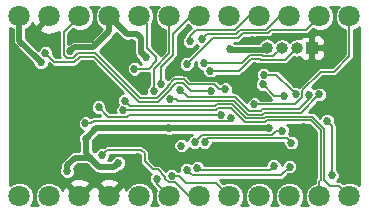
<source format=gbr>
G04 #@! TF.FileFunction,Copper,L2,Bot,Signal*
%FSLAX46Y46*%
G04 Gerber Fmt 4.6, Leading zero omitted, Abs format (unit mm)*
G04 Created by KiCad (PCBNEW 4.0.7) date 2017 December 25, Monday 22:32:58*
%MOMM*%
%LPD*%
G01*
G04 APERTURE LIST*
%ADD10C,0.100000*%
%ADD11R,1.000000X1.000000*%
%ADD12O,1.000000X1.000000*%
%ADD13C,1.800000*%
%ADD14C,0.685800*%
%ADD15C,0.508000*%
%ADD16C,0.152400*%
%ADD17C,0.254000*%
%ADD18C,0.381000*%
G04 APERTURE END LIST*
D10*
D11*
X144526000Y-99568000D03*
D12*
X143256000Y-99568000D03*
X141986000Y-99568000D03*
X140716000Y-99568000D03*
D13*
X119761000Y-112141000D03*
X122301000Y-112141000D03*
X124841000Y-112141000D03*
X127381000Y-112141000D03*
X129921000Y-112141000D03*
X132461000Y-112141000D03*
X135001000Y-112141000D03*
X137541000Y-112141000D03*
X140081000Y-112141000D03*
X142621000Y-112141000D03*
X145161000Y-112141000D03*
X147701000Y-112141000D03*
X147701000Y-96901000D03*
X145161000Y-96901000D03*
X142621000Y-96901000D03*
X140081000Y-96901000D03*
X137541000Y-96901000D03*
X135001000Y-96901000D03*
X132461000Y-96901000D03*
X129921000Y-96901000D03*
X127381000Y-96901000D03*
X124841000Y-96901000D03*
X122301000Y-96901000D03*
X119761000Y-96901000D03*
D14*
X121579315Y-100774952D03*
X146098918Y-101013918D03*
X129757485Y-108786648D03*
X126275147Y-107679262D03*
X126136267Y-101239168D03*
X139433421Y-109036500D03*
X143891000Y-111125000D03*
X124968000Y-109982000D03*
X143872800Y-106273522D03*
X139573000Y-98933000D03*
X139665788Y-101085047D03*
X142621000Y-98679000D03*
X129314878Y-99123714D03*
X131447181Y-98799580D03*
X128045094Y-101062906D03*
X146138276Y-102652997D03*
X131215296Y-109234391D03*
X123940152Y-107246507D03*
X127508000Y-104140000D03*
X121569756Y-109086747D03*
X132931601Y-101539645D03*
X144682067Y-107985316D03*
X124992000Y-98425000D03*
X147320000Y-104140000D03*
X136861472Y-102311049D03*
X125410000Y-103171000D03*
X143145766Y-103454580D03*
X140428674Y-101833333D03*
X137201597Y-103077152D03*
X131132621Y-103232135D03*
X136855972Y-105217389D03*
X126458800Y-104595688D03*
X137678538Y-105522200D03*
X125350842Y-105965915D03*
X131758979Y-102641046D03*
X128144031Y-109308762D03*
X124076749Y-99878665D03*
X140852311Y-106350676D03*
X130458349Y-100383030D03*
X125367916Y-107248354D03*
X125732874Y-108859202D03*
X123771336Y-110011664D03*
X132429683Y-106360421D03*
X137549013Y-99666314D03*
X135976082Y-103202559D03*
X133467624Y-107838676D03*
X121956084Y-100017074D03*
X142188258Y-103650081D03*
X140350892Y-102667928D03*
X146207130Y-110364422D03*
X145802040Y-105758211D03*
X129496844Y-101335109D03*
X132676039Y-110391508D03*
X141986036Y-106586446D03*
X134610636Y-107558396D03*
X135448434Y-107532058D03*
X142780018Y-107624305D03*
X128561832Y-104863876D03*
X128683111Y-104034484D03*
X131390498Y-110647049D03*
X133919214Y-100946769D03*
X134175680Y-99030336D03*
X135180880Y-98839476D03*
X139645867Y-104358973D03*
X126779480Y-108611121D03*
X135907781Y-101524092D03*
X135367036Y-100883628D03*
X132539616Y-103937931D03*
X145161000Y-103517699D03*
X144288778Y-103525320D03*
X133345204Y-103099306D03*
X134834893Y-109755945D03*
X141293925Y-109571160D03*
X133940818Y-109872691D03*
X142628041Y-109620775D03*
D15*
X121236416Y-100432053D02*
X121579315Y-100774952D01*
X119761000Y-98956637D02*
X121236416Y-100432053D01*
X119761000Y-96901000D02*
X119761000Y-98956637D01*
X146098918Y-100132918D02*
X146098918Y-100528985D01*
X146098918Y-100528985D02*
X146098918Y-101013918D01*
X145534000Y-99568000D02*
X146098918Y-100132918D01*
X144526000Y-99568000D02*
X145534000Y-99568000D01*
X129757485Y-109271581D02*
X129757485Y-108786648D01*
X129757485Y-109764515D02*
X129757485Y-109271581D01*
X127381000Y-112141000D02*
X129757485Y-109764515D01*
X126322440Y-101791170D02*
X126203336Y-101791170D01*
X126203336Y-101791170D02*
X126136267Y-101724101D01*
X126136267Y-101724101D02*
X126136267Y-101239168D01*
X144682067Y-107082789D02*
X144215699Y-106616421D01*
X144682067Y-107985316D02*
X144682067Y-107082789D01*
X144215699Y-106616421D02*
X143872800Y-106273522D01*
D16*
X142621000Y-98679000D02*
X139827000Y-98679000D01*
X139827000Y-98679000D02*
X139573000Y-98933000D01*
D15*
X140150721Y-101085047D02*
X139665788Y-101085047D01*
X140151745Y-101084023D02*
X140150721Y-101085047D01*
X144017977Y-101084023D02*
X140151745Y-101084023D01*
X144526000Y-100576000D02*
X144017977Y-101084023D01*
X144526000Y-99568000D02*
X144526000Y-100576000D01*
D16*
X144526000Y-99568000D02*
X144526000Y-98915600D01*
X144526000Y-98915600D02*
X144289400Y-98679000D01*
X144289400Y-98679000D02*
X142621000Y-98679000D01*
D17*
X128045094Y-101062906D02*
X128045094Y-100393498D01*
X128045094Y-100393498D02*
X128971979Y-99466613D01*
X128971979Y-99466613D02*
X129314878Y-99123714D01*
D15*
X147320000Y-104140000D02*
X147320000Y-103834721D01*
X147320000Y-103834721D02*
X146138276Y-102652997D01*
X139433421Y-109036500D02*
X139090522Y-108693601D01*
X131558195Y-108891492D02*
X131215296Y-109234391D01*
X131756086Y-108693601D02*
X131558195Y-108891492D01*
X139090522Y-108693601D02*
X131756086Y-108693601D01*
X123940152Y-106761574D02*
X123940152Y-107246507D01*
X123940152Y-105928848D02*
X123940152Y-106761574D01*
X125410000Y-104459000D02*
X123940152Y-105928848D01*
X125410000Y-103171000D02*
X125410000Y-104459000D01*
X127508000Y-104140000D02*
X126322440Y-102954440D01*
X125410000Y-103171000D02*
X125410000Y-102716000D01*
X126322440Y-101803560D02*
X126322440Y-101791170D01*
X125410000Y-102716000D02*
X126322440Y-101803560D01*
X126322440Y-102954440D02*
X126322440Y-101791170D01*
D18*
X136762371Y-102211948D02*
X134315490Y-102211948D01*
X136861472Y-102311049D02*
X136762371Y-102211948D01*
X134315490Y-102211948D02*
X133907424Y-101803882D01*
X133416534Y-101539645D02*
X132931601Y-101539645D01*
X133680771Y-101803882D02*
X133416534Y-101539645D01*
X133907424Y-101803882D02*
X133680771Y-101803882D01*
D15*
X121786747Y-109086747D02*
X121569756Y-109086747D01*
X124841000Y-112141000D02*
X121786747Y-109086747D01*
X139433421Y-109036500D02*
X140056420Y-108413501D01*
X140056420Y-108413501D02*
X144253882Y-108413501D01*
X144253882Y-108413501D02*
X144339168Y-108328215D01*
X144339168Y-108328215D02*
X144682067Y-107985316D01*
D16*
X142802867Y-103111681D02*
X143145766Y-103454580D01*
X140428674Y-101833333D02*
X141524519Y-101833333D01*
X141524519Y-101833333D02*
X142802867Y-103111681D01*
X123505239Y-98236761D02*
X123941001Y-97800999D01*
X124295877Y-100467765D02*
X123802418Y-100467765D01*
X124751236Y-100012406D02*
X124295877Y-100467765D01*
X126183713Y-100012406D02*
X124751236Y-100012406D01*
X131398372Y-103817081D02*
X129988388Y-103817081D01*
X123505239Y-100170586D02*
X123505239Y-98236761D01*
X136250403Y-102631058D02*
X134141888Y-102631058D01*
X137201597Y-103077152D02*
X136696497Y-103077152D01*
X136696497Y-103077152D02*
X136250403Y-102631058D01*
X133733823Y-102222993D02*
X132884833Y-102222993D01*
X132325388Y-102890065D02*
X131398372Y-103817081D01*
X123941001Y-97800999D02*
X124841000Y-96901000D01*
X123802418Y-100467765D02*
X123505239Y-100170586D01*
X129988388Y-103817081D02*
X126183713Y-100012406D01*
X132325388Y-102782438D02*
X132325388Y-102890065D01*
X132884833Y-102222993D02*
X132325388Y-102782438D01*
X134141888Y-102631058D02*
X133733823Y-102222993D01*
X131132621Y-101360577D02*
X131132621Y-102747202D01*
X131132621Y-102747202D02*
X131132621Y-103232135D01*
X132461000Y-96901000D02*
X132461000Y-100032198D01*
X132461000Y-100032198D02*
X131132621Y-101360577D01*
X136371039Y-105217389D02*
X136855972Y-105217389D01*
X127287312Y-105424200D02*
X128241317Y-105424200D01*
X126458800Y-104595688D02*
X127287312Y-105424200D01*
X128827228Y-105461469D02*
X129071308Y-105217389D01*
X128241317Y-105424200D02*
X128278586Y-105461469D01*
X128278586Y-105461469D02*
X128827228Y-105461469D01*
X129071308Y-105217389D02*
X136371039Y-105217389D01*
X125835775Y-105965915D02*
X126071079Y-105730611D01*
X136526662Y-105788899D02*
X137411839Y-105788899D01*
X128989153Y-105730611D02*
X136468374Y-105730611D01*
X128152330Y-105766280D02*
X128953484Y-105766280D01*
X128953484Y-105766280D02*
X128989153Y-105730611D01*
X128116661Y-105730611D02*
X128152330Y-105766280D01*
X125350842Y-105965915D02*
X125835775Y-105965915D01*
X136468374Y-105730611D02*
X136526662Y-105788899D01*
X137411839Y-105788899D02*
X137678538Y-105522200D01*
X126071079Y-105730611D02*
X128116661Y-105730611D01*
X131758979Y-102641046D02*
X131758979Y-101165285D01*
X134196936Y-96946729D02*
X134955271Y-96946729D01*
X131758979Y-101165285D02*
X132770376Y-100153888D01*
X132770376Y-100153888D02*
X132770376Y-98373289D01*
X132770376Y-98373289D02*
X134196936Y-96946729D01*
X134955271Y-96946729D02*
X135001000Y-96901000D01*
D15*
X127801132Y-109651661D02*
X128144031Y-109308762D01*
X125732874Y-108859202D02*
X126525333Y-109651661D01*
X126255849Y-106360421D02*
X131944750Y-106360421D01*
X125367916Y-107248354D02*
X126255849Y-106360421D01*
X126525333Y-109651661D02*
X127801132Y-109651661D01*
X131944750Y-106360421D02*
X132429683Y-106360421D01*
X124425619Y-99529795D02*
X124419648Y-99535766D01*
X127381000Y-98173792D02*
X126024997Y-99529795D01*
X124419648Y-99535766D02*
X124076749Y-99878665D01*
X127381000Y-96901000D02*
X127381000Y-98173792D01*
X126024997Y-99529795D02*
X124425619Y-99529795D01*
X140842566Y-106360421D02*
X140852311Y-106350676D01*
X132429683Y-106360421D02*
X140842566Y-106360421D01*
X140716000Y-99441000D02*
X140430885Y-99726115D01*
X140430885Y-99726115D02*
X137608814Y-99726115D01*
X137608814Y-99726115D02*
X137549013Y-99666314D01*
X127381000Y-96901000D02*
X128854413Y-98374413D01*
X130064179Y-99988860D02*
X130115450Y-100040131D01*
X128854413Y-98374413D02*
X129674543Y-98374413D01*
X130064179Y-98764049D02*
X130064179Y-99988860D01*
X129674543Y-98374413D02*
X130064179Y-98764049D01*
X130115450Y-100040131D02*
X130458349Y-100383030D01*
X125367916Y-107248354D02*
X125367916Y-108494244D01*
X125367916Y-108494244D02*
X125732874Y-108859202D01*
X125247941Y-108859202D02*
X125732874Y-108859202D01*
X123771336Y-110011664D02*
X123771336Y-109526731D01*
X124438865Y-108859202D02*
X125247941Y-108859202D01*
X123771336Y-109526731D02*
X124438865Y-108859202D01*
D16*
X121956084Y-100017074D02*
X122711586Y-100772576D01*
X133607567Y-102527804D02*
X134282322Y-103202559D01*
X122711586Y-100772576D02*
X124422133Y-100772576D01*
X124422133Y-100772576D02*
X124877492Y-100317217D01*
X124877492Y-100317217D02*
X126057457Y-100317217D01*
X126057457Y-100317217D02*
X129862132Y-104121892D01*
X134282322Y-103202559D02*
X135491149Y-103202559D01*
X135491149Y-103202559D02*
X135976082Y-103202559D01*
X129862132Y-104121892D02*
X131524628Y-104121892D01*
X131524628Y-104121892D02*
X132630199Y-103016321D01*
X132630199Y-103016321D02*
X132630199Y-102956528D01*
X132630199Y-102956528D02*
X133058923Y-102527804D01*
X133058923Y-102527804D02*
X133607567Y-102527804D01*
X121956084Y-100017074D02*
X122598044Y-100659034D01*
X141703325Y-103650081D02*
X142188258Y-103650081D01*
X140350892Y-102667928D02*
X141333045Y-103650081D01*
X141333045Y-103650081D02*
X141703325Y-103650081D01*
X146207130Y-109879489D02*
X146207130Y-110364422D01*
X145802040Y-105758211D02*
X146207130Y-106163301D01*
X146207130Y-106163301D02*
X146207130Y-109879489D01*
X129921000Y-96901000D02*
X130571467Y-97551467D01*
X130571467Y-97551467D02*
X130571467Y-99562923D01*
X131361508Y-100700623D02*
X130727022Y-101335109D01*
X129981777Y-101335109D02*
X129496844Y-101335109D01*
X130571467Y-99562923D02*
X131361508Y-100352964D01*
X131361508Y-100352964D02*
X131361508Y-100700623D01*
X130727022Y-101335109D02*
X129981777Y-101335109D01*
X133863743Y-111012399D02*
X133242852Y-110391508D01*
X133242852Y-110391508D02*
X133160972Y-110391508D01*
X133160972Y-110391508D02*
X132676039Y-110391508D01*
X136412399Y-111012399D02*
X133863743Y-111012399D01*
X137541000Y-112141000D02*
X136412399Y-111012399D01*
X141501103Y-106586446D02*
X141986036Y-106586446D01*
X135246846Y-106922186D02*
X141165363Y-106922186D01*
X141165363Y-106922186D02*
X141501103Y-106586446D01*
X134610636Y-107558396D02*
X135246846Y-106922186D01*
X135753495Y-107226997D02*
X135448434Y-107532058D01*
X142780018Y-107624305D02*
X142382710Y-107226997D01*
X142382710Y-107226997D02*
X135753495Y-107226997D01*
X145253577Y-106532114D02*
X144423475Y-105702012D01*
X129046765Y-104863876D02*
X128561832Y-104863876D01*
X140705577Y-105702012D02*
X140562681Y-105844908D01*
X136363661Y-104863876D02*
X129046765Y-104863876D01*
X136581650Y-104645887D02*
X136363661Y-104863876D01*
X137648049Y-104645887D02*
X136581650Y-104645887D01*
X138847070Y-105844908D02*
X137648049Y-104645887D01*
X140562681Y-105844908D02*
X138847070Y-105844908D01*
X144423475Y-105702012D02*
X140705577Y-105702012D01*
X145161000Y-110868208D02*
X145253577Y-110775631D01*
X145161000Y-112141000D02*
X145161000Y-110868208D01*
X145253577Y-110775631D02*
X145253577Y-106532114D01*
X146801001Y-111241001D02*
X146048158Y-111241001D01*
X136455394Y-104341076D02*
X136284133Y-104512337D01*
X136284133Y-104512337D02*
X129160964Y-104512337D01*
X137774305Y-104341076D02*
X136455394Y-104341076D01*
X138973326Y-105540097D02*
X137774305Y-104341076D01*
X140436425Y-105540097D02*
X138973326Y-105540097D01*
X140579321Y-105397201D02*
X140436425Y-105540097D01*
X145558388Y-106405858D02*
X144549731Y-105397201D01*
X145558388Y-110751231D02*
X145558388Y-106405858D01*
X146048158Y-111241001D02*
X145558388Y-110751231D01*
X147701000Y-112141000D02*
X146801001Y-111241001D01*
X129160964Y-104512337D02*
X129026010Y-104377383D01*
X129026010Y-104377383D02*
X128683111Y-104034484D01*
X144549731Y-105397201D02*
X140579321Y-105397201D01*
X131390498Y-111070498D02*
X131390498Y-110647049D01*
X132461000Y-112141000D02*
X131390498Y-111070498D01*
X140791443Y-98334411D02*
X141096253Y-98029601D01*
X141096253Y-98029601D02*
X144032399Y-98029601D01*
X133919214Y-100946769D02*
X136140939Y-98725044D01*
X136140939Y-98725044D02*
X138256956Y-98725044D01*
X144032399Y-98029601D02*
X144261001Y-97800999D01*
X138256956Y-98725044D02*
X138647589Y-98334411D01*
X138647589Y-98334411D02*
X140791443Y-98334411D01*
X144261001Y-97800999D02*
X145161000Y-96901000D01*
X140081000Y-96901000D02*
X139155452Y-96901000D01*
X139155452Y-96901000D02*
X138026851Y-98029601D01*
X138026851Y-98029601D02*
X134691482Y-98029601D01*
X134691482Y-98029601D02*
X134175680Y-98545403D01*
X134175680Y-98545403D02*
X134175680Y-99030336D01*
X141793788Y-96901000D02*
X142621000Y-96901000D01*
X138457917Y-98029601D02*
X140665187Y-98029601D01*
X138067285Y-98420233D02*
X138457917Y-98029601D01*
X135600123Y-98420233D02*
X138067285Y-98420233D01*
X135180880Y-98839476D02*
X135600123Y-98420233D01*
X140665187Y-98029601D02*
X141793788Y-96901000D01*
X143717268Y-103728902D02*
X143087197Y-104358973D01*
X146373239Y-101585419D02*
X145312107Y-101585419D01*
X145312107Y-101585419D02*
X143717268Y-103180258D01*
X140130800Y-104358973D02*
X139645867Y-104358973D01*
X147701000Y-96901000D02*
X147701000Y-100257658D01*
X147701000Y-100257658D02*
X146373239Y-101585419D01*
X143087197Y-104358973D02*
X140130800Y-104358973D01*
X143717268Y-103180258D02*
X143717268Y-103728902D01*
X132900236Y-110963010D02*
X132399504Y-110963010D01*
X132399504Y-110963010D02*
X132086833Y-110650339D01*
X127122379Y-108268222D02*
X126779480Y-108611121D01*
X127175455Y-108215146D02*
X127122379Y-108268222D01*
X130356827Y-109186252D02*
X130356827Y-108512326D01*
X131484573Y-109862189D02*
X131032764Y-109862189D01*
X131032764Y-109862189D02*
X130356827Y-109186252D01*
X132086833Y-110650339D02*
X132086833Y-110464449D01*
X135001000Y-112141000D02*
X134078226Y-112141000D01*
X132086833Y-110464449D02*
X131484573Y-109862189D01*
X130356827Y-108512326D02*
X130059647Y-108215146D01*
X134078226Y-112141000D02*
X132900236Y-110963010D01*
X130059647Y-108215146D02*
X127175455Y-108215146D01*
X136392714Y-101524092D02*
X135907781Y-101524092D01*
X143256000Y-99568000D02*
X142222588Y-100601412D01*
X142222588Y-100601412D02*
X140240015Y-100601412D01*
X140240015Y-100601412D02*
X140152140Y-100513537D01*
X138356405Y-101524092D02*
X136392714Y-101524092D01*
X139366960Y-100513537D02*
X138356405Y-101524092D01*
X140152140Y-100513537D02*
X139366960Y-100513537D01*
X138565802Y-100883628D02*
X135851969Y-100883628D01*
X135851969Y-100883628D02*
X135367036Y-100883628D01*
X141257399Y-100296601D02*
X140366271Y-100296601D01*
X140366271Y-100296601D02*
X140278396Y-100208726D01*
X139240704Y-100208726D02*
X138565802Y-100883628D01*
X140278396Y-100208726D02*
X139240704Y-100208726D01*
X141986000Y-99568000D02*
X141257399Y-100296601D01*
X145161000Y-103517699D02*
X143586309Y-105092390D01*
X143586309Y-105092390D02*
X140453065Y-105092390D01*
X140453065Y-105092390D02*
X140310169Y-105235286D01*
X133024549Y-103937931D02*
X132539616Y-103937931D01*
X133165498Y-104078880D02*
X133024549Y-103937931D01*
X136286523Y-104078880D02*
X133165498Y-104078880D01*
X137900561Y-104036265D02*
X136329138Y-104036265D01*
X140310169Y-105235286D02*
X139099581Y-105235286D01*
X139099581Y-105235286D02*
X137900561Y-104036265D01*
X136329138Y-104036265D02*
X136286523Y-104078880D01*
X134019967Y-103774069D02*
X136160267Y-103774069D01*
X144288778Y-103917023D02*
X144288778Y-103525320D01*
X139225837Y-104930475D02*
X140183913Y-104930475D01*
X136160267Y-103774069D02*
X136202882Y-103731454D01*
X140326809Y-104787579D02*
X143418222Y-104787579D01*
X133345204Y-103099306D02*
X134019967Y-103774069D01*
X140183913Y-104930475D02*
X140326809Y-104787579D01*
X143418222Y-104787579D02*
X144288778Y-103917023D01*
X138026817Y-103731454D02*
X139225837Y-104930475D01*
X136202882Y-103731454D02*
X138026817Y-103731454D01*
X141293925Y-109571160D02*
X140951026Y-109914059D01*
X140951026Y-109914059D02*
X134993007Y-109914059D01*
X134993007Y-109914059D02*
X134837578Y-109758630D01*
X134837578Y-109758630D02*
X134834893Y-109755945D01*
X134427010Y-110358883D02*
X134283717Y-110215590D01*
X134283717Y-110215590D02*
X133940818Y-109872691D01*
X141889933Y-110358883D02*
X134427010Y-110358883D01*
X142628041Y-109620775D02*
X141889933Y-110358883D01*
D17*
G36*
X144850377Y-106699125D02*
X144850377Y-110621293D01*
X144788492Y-110713910D01*
X144757800Y-110868208D01*
X144757800Y-110979984D01*
X144466869Y-111100194D01*
X144121407Y-111445053D01*
X143934214Y-111895864D01*
X143933788Y-112383995D01*
X144120194Y-112835131D01*
X144187945Y-112903000D01*
X143594424Y-112903000D01*
X143660593Y-112836947D01*
X143847786Y-112386136D01*
X143848212Y-111898005D01*
X143661806Y-111446869D01*
X143316947Y-111101407D01*
X142866136Y-110914214D01*
X142378005Y-110913788D01*
X141926869Y-111100194D01*
X141581407Y-111445053D01*
X141394214Y-111895864D01*
X141393788Y-112383995D01*
X141580194Y-112835131D01*
X141647945Y-112903000D01*
X141054424Y-112903000D01*
X141120593Y-112836947D01*
X141307786Y-112386136D01*
X141308212Y-111898005D01*
X141121806Y-111446869D01*
X140776947Y-111101407D01*
X140326136Y-110914214D01*
X139838005Y-110913788D01*
X139386869Y-111100194D01*
X139041407Y-111445053D01*
X138854214Y-111895864D01*
X138853788Y-112383995D01*
X139040194Y-112835131D01*
X139107945Y-112903000D01*
X138514424Y-112903000D01*
X138580593Y-112836947D01*
X138767786Y-112386136D01*
X138768212Y-111898005D01*
X138581806Y-111446869D01*
X138236947Y-111101407D01*
X137786136Y-110914214D01*
X137298005Y-110913788D01*
X137005047Y-111034836D01*
X136732293Y-110762083D01*
X141889933Y-110762083D01*
X142044231Y-110731391D01*
X142175038Y-110643988D01*
X142528439Y-110290588D01*
X142760708Y-110290791D01*
X143007013Y-110189020D01*
X143195623Y-110000738D01*
X143297824Y-109754611D01*
X143298057Y-109488108D01*
X143196286Y-109241803D01*
X143008004Y-109053193D01*
X142761877Y-108950992D01*
X142495374Y-108950759D01*
X142249069Y-109052530D01*
X142060459Y-109240812D01*
X141963911Y-109473326D01*
X141963941Y-109438493D01*
X141862170Y-109192188D01*
X141673888Y-109003578D01*
X141427761Y-108901377D01*
X141161258Y-108901144D01*
X140914953Y-109002915D01*
X140726343Y-109191197D01*
X140624142Y-109437324D01*
X140624078Y-109510859D01*
X135458458Y-109510859D01*
X135403138Y-109376973D01*
X135214856Y-109188363D01*
X134968729Y-109086162D01*
X134702226Y-109085929D01*
X134455921Y-109187700D01*
X134329529Y-109313872D01*
X134320781Y-109305109D01*
X134074654Y-109202908D01*
X133808151Y-109202675D01*
X133561846Y-109304446D01*
X133373236Y-109492728D01*
X133271035Y-109738855D01*
X133270812Y-109993870D01*
X133242852Y-109988308D01*
X133220098Y-109988308D01*
X133056002Y-109823926D01*
X132809875Y-109721725D01*
X132543372Y-109721492D01*
X132297067Y-109823263D01*
X132156340Y-109963745D01*
X131769678Y-109577084D01*
X131638871Y-109489681D01*
X131625086Y-109486939D01*
X131484573Y-109458989D01*
X131199775Y-109458989D01*
X130760027Y-109019242D01*
X130760027Y-108512326D01*
X130729335Y-108358028D01*
X130641932Y-108227221D01*
X130344752Y-107930041D01*
X130213945Y-107842638D01*
X130059647Y-107811946D01*
X127175455Y-107811946D01*
X127021157Y-107842638D01*
X126890350Y-107930040D01*
X126879082Y-107941308D01*
X126646813Y-107941105D01*
X126400508Y-108042876D01*
X126211898Y-108231158D01*
X126165067Y-108343941D01*
X126112837Y-108291620D01*
X125948916Y-108223554D01*
X125948916Y-107596003D01*
X126024890Y-107413038D01*
X126496507Y-106941421D01*
X132082034Y-106941421D01*
X132295847Y-107030204D01*
X132562350Y-107030437D01*
X132777785Y-106941421D01*
X134349600Y-106941421D01*
X134231664Y-106990151D01*
X134043054Y-107178433D01*
X133958459Y-107382159D01*
X133847587Y-107271094D01*
X133601460Y-107168893D01*
X133334957Y-107168660D01*
X133088652Y-107270431D01*
X132900042Y-107458713D01*
X132797841Y-107704840D01*
X132797608Y-107971343D01*
X132899379Y-108217648D01*
X133087661Y-108406258D01*
X133333788Y-108508459D01*
X133600291Y-108508692D01*
X133846596Y-108406921D01*
X134035206Y-108218639D01*
X134119801Y-108014913D01*
X134230673Y-108125978D01*
X134476800Y-108228179D01*
X134743303Y-108228412D01*
X134989608Y-108126641D01*
X135042609Y-108073733D01*
X135068471Y-108099640D01*
X135314598Y-108201841D01*
X135581101Y-108202074D01*
X135827406Y-108100303D01*
X136016016Y-107912021D01*
X136118217Y-107665894D01*
X136118248Y-107630197D01*
X142110113Y-107630197D01*
X142110002Y-107756972D01*
X142211773Y-108003277D01*
X142400055Y-108191887D01*
X142646182Y-108294088D01*
X142912685Y-108294321D01*
X143158990Y-108192550D01*
X143347600Y-108004268D01*
X143449801Y-107758141D01*
X143450034Y-107491638D01*
X143348263Y-107245333D01*
X143159981Y-107056723D01*
X142913854Y-106954522D01*
X142680241Y-106954318D01*
X142667815Y-106941892D01*
X142586390Y-106887485D01*
X142655819Y-106720282D01*
X142656052Y-106453779D01*
X142554281Y-106207474D01*
X142452197Y-106105212D01*
X144256465Y-106105212D01*
X144850377Y-106699125D01*
X144850377Y-106699125D01*
G37*
X144850377Y-106699125D02*
X144850377Y-110621293D01*
X144788492Y-110713910D01*
X144757800Y-110868208D01*
X144757800Y-110979984D01*
X144466869Y-111100194D01*
X144121407Y-111445053D01*
X143934214Y-111895864D01*
X143933788Y-112383995D01*
X144120194Y-112835131D01*
X144187945Y-112903000D01*
X143594424Y-112903000D01*
X143660593Y-112836947D01*
X143847786Y-112386136D01*
X143848212Y-111898005D01*
X143661806Y-111446869D01*
X143316947Y-111101407D01*
X142866136Y-110914214D01*
X142378005Y-110913788D01*
X141926869Y-111100194D01*
X141581407Y-111445053D01*
X141394214Y-111895864D01*
X141393788Y-112383995D01*
X141580194Y-112835131D01*
X141647945Y-112903000D01*
X141054424Y-112903000D01*
X141120593Y-112836947D01*
X141307786Y-112386136D01*
X141308212Y-111898005D01*
X141121806Y-111446869D01*
X140776947Y-111101407D01*
X140326136Y-110914214D01*
X139838005Y-110913788D01*
X139386869Y-111100194D01*
X139041407Y-111445053D01*
X138854214Y-111895864D01*
X138853788Y-112383995D01*
X139040194Y-112835131D01*
X139107945Y-112903000D01*
X138514424Y-112903000D01*
X138580593Y-112836947D01*
X138767786Y-112386136D01*
X138768212Y-111898005D01*
X138581806Y-111446869D01*
X138236947Y-111101407D01*
X137786136Y-110914214D01*
X137298005Y-110913788D01*
X137005047Y-111034836D01*
X136732293Y-110762083D01*
X141889933Y-110762083D01*
X142044231Y-110731391D01*
X142175038Y-110643988D01*
X142528439Y-110290588D01*
X142760708Y-110290791D01*
X143007013Y-110189020D01*
X143195623Y-110000738D01*
X143297824Y-109754611D01*
X143298057Y-109488108D01*
X143196286Y-109241803D01*
X143008004Y-109053193D01*
X142761877Y-108950992D01*
X142495374Y-108950759D01*
X142249069Y-109052530D01*
X142060459Y-109240812D01*
X141963911Y-109473326D01*
X141963941Y-109438493D01*
X141862170Y-109192188D01*
X141673888Y-109003578D01*
X141427761Y-108901377D01*
X141161258Y-108901144D01*
X140914953Y-109002915D01*
X140726343Y-109191197D01*
X140624142Y-109437324D01*
X140624078Y-109510859D01*
X135458458Y-109510859D01*
X135403138Y-109376973D01*
X135214856Y-109188363D01*
X134968729Y-109086162D01*
X134702226Y-109085929D01*
X134455921Y-109187700D01*
X134329529Y-109313872D01*
X134320781Y-109305109D01*
X134074654Y-109202908D01*
X133808151Y-109202675D01*
X133561846Y-109304446D01*
X133373236Y-109492728D01*
X133271035Y-109738855D01*
X133270812Y-109993870D01*
X133242852Y-109988308D01*
X133220098Y-109988308D01*
X133056002Y-109823926D01*
X132809875Y-109721725D01*
X132543372Y-109721492D01*
X132297067Y-109823263D01*
X132156340Y-109963745D01*
X131769678Y-109577084D01*
X131638871Y-109489681D01*
X131625086Y-109486939D01*
X131484573Y-109458989D01*
X131199775Y-109458989D01*
X130760027Y-109019242D01*
X130760027Y-108512326D01*
X130729335Y-108358028D01*
X130641932Y-108227221D01*
X130344752Y-107930041D01*
X130213945Y-107842638D01*
X130059647Y-107811946D01*
X127175455Y-107811946D01*
X127021157Y-107842638D01*
X126890350Y-107930040D01*
X126879082Y-107941308D01*
X126646813Y-107941105D01*
X126400508Y-108042876D01*
X126211898Y-108231158D01*
X126165067Y-108343941D01*
X126112837Y-108291620D01*
X125948916Y-108223554D01*
X125948916Y-107596003D01*
X126024890Y-107413038D01*
X126496507Y-106941421D01*
X132082034Y-106941421D01*
X132295847Y-107030204D01*
X132562350Y-107030437D01*
X132777785Y-106941421D01*
X134349600Y-106941421D01*
X134231664Y-106990151D01*
X134043054Y-107178433D01*
X133958459Y-107382159D01*
X133847587Y-107271094D01*
X133601460Y-107168893D01*
X133334957Y-107168660D01*
X133088652Y-107270431D01*
X132900042Y-107458713D01*
X132797841Y-107704840D01*
X132797608Y-107971343D01*
X132899379Y-108217648D01*
X133087661Y-108406258D01*
X133333788Y-108508459D01*
X133600291Y-108508692D01*
X133846596Y-108406921D01*
X134035206Y-108218639D01*
X134119801Y-108014913D01*
X134230673Y-108125978D01*
X134476800Y-108228179D01*
X134743303Y-108228412D01*
X134989608Y-108126641D01*
X135042609Y-108073733D01*
X135068471Y-108099640D01*
X135314598Y-108201841D01*
X135581101Y-108202074D01*
X135827406Y-108100303D01*
X136016016Y-107912021D01*
X136118217Y-107665894D01*
X136118248Y-107630197D01*
X142110113Y-107630197D01*
X142110002Y-107756972D01*
X142211773Y-108003277D01*
X142400055Y-108191887D01*
X142646182Y-108294088D01*
X142912685Y-108294321D01*
X143158990Y-108192550D01*
X143347600Y-108004268D01*
X143449801Y-107758141D01*
X143450034Y-107491638D01*
X143348263Y-107245333D01*
X143159981Y-107056723D01*
X142913854Y-106954522D01*
X142680241Y-106954318D01*
X142667815Y-106941892D01*
X142586390Y-106887485D01*
X142655819Y-106720282D01*
X142656052Y-106453779D01*
X142554281Y-106207474D01*
X142452197Y-106105212D01*
X144256465Y-106105212D01*
X144850377Y-106699125D01*
G36*
X119065053Y-97940593D02*
X119180000Y-97988323D01*
X119180000Y-98956637D01*
X119224226Y-99178976D01*
X119350171Y-99367466D01*
X120922660Y-100939955D01*
X121011070Y-101153924D01*
X121199352Y-101342534D01*
X121445479Y-101444735D01*
X121711982Y-101444968D01*
X121958287Y-101343197D01*
X122146897Y-101154915D01*
X122249098Y-100908788D01*
X122249123Y-100880324D01*
X122426480Y-101057681D01*
X122521082Y-101120892D01*
X122557288Y-101145084D01*
X122711586Y-101175776D01*
X124422133Y-101175776D01*
X124576431Y-101145084D01*
X124707238Y-101057681D01*
X125044503Y-100720417D01*
X125890447Y-100720417D01*
X128539160Y-103369130D01*
X128304139Y-103466239D01*
X128115529Y-103654521D01*
X128013328Y-103900648D01*
X128013095Y-104167151D01*
X128100254Y-104378093D01*
X127994250Y-104483913D01*
X127892049Y-104730040D01*
X127891816Y-104996543D01*
X127901921Y-105021000D01*
X127454323Y-105021000D01*
X127128613Y-104695290D01*
X127128816Y-104463021D01*
X127027045Y-104216716D01*
X126838763Y-104028106D01*
X126592636Y-103925905D01*
X126326133Y-103925672D01*
X126079828Y-104027443D01*
X125891218Y-104215725D01*
X125789017Y-104461852D01*
X125788784Y-104728355D01*
X125890555Y-104974660D01*
X126078837Y-105163270D01*
X126324964Y-105265471D01*
X126558577Y-105265675D01*
X126620312Y-105327411D01*
X126071079Y-105327411D01*
X125916781Y-105358103D01*
X125785973Y-105445506D01*
X125781931Y-105449548D01*
X125730805Y-105398333D01*
X125484678Y-105296132D01*
X125218175Y-105295899D01*
X124971870Y-105397670D01*
X124783260Y-105585952D01*
X124681059Y-105832079D01*
X124680826Y-106098582D01*
X124782597Y-106344887D01*
X124970879Y-106533497D01*
X125156865Y-106610725D01*
X124988944Y-106680109D01*
X124800334Y-106868391D01*
X124698133Y-107114518D01*
X124697900Y-107381021D01*
X124786916Y-107596456D01*
X124786916Y-108278202D01*
X124438865Y-108278202D01*
X124216526Y-108322428D01*
X124028036Y-108448373D01*
X123360507Y-109115902D01*
X123234562Y-109304392D01*
X123190336Y-109526731D01*
X123190336Y-109664015D01*
X123101553Y-109877828D01*
X123101320Y-110144331D01*
X123203091Y-110390636D01*
X123391373Y-110579246D01*
X123637500Y-110681447D01*
X123904003Y-110681680D01*
X124150308Y-110579909D01*
X124338918Y-110391627D01*
X124441119Y-110145500D01*
X124441352Y-109878997D01*
X124382693Y-109737032D01*
X124679523Y-109440202D01*
X125385225Y-109440202D01*
X125568190Y-109516176D01*
X126114504Y-110062490D01*
X126302994Y-110188435D01*
X126525333Y-110232661D01*
X127801132Y-110232661D01*
X128023471Y-110188435D01*
X128211961Y-110062490D01*
X128309034Y-109965417D01*
X128523003Y-109877007D01*
X128711613Y-109688725D01*
X128813814Y-109442598D01*
X128814047Y-109176095D01*
X128712276Y-108929790D01*
X128523994Y-108741180D01*
X128277867Y-108638979D01*
X128011364Y-108638746D01*
X127765059Y-108740517D01*
X127576449Y-108928799D01*
X127517543Y-109070661D01*
X127267346Y-109070661D01*
X127347062Y-108991084D01*
X127449263Y-108744957D01*
X127449374Y-108618346D01*
X129892637Y-108618346D01*
X129953627Y-108679336D01*
X129953627Y-109186252D01*
X129977996Y-109308762D01*
X129984319Y-109340550D01*
X130071722Y-109471357D01*
X130747658Y-110147294D01*
X130864625Y-110225449D01*
X130822916Y-110267086D01*
X130720715Y-110513213D01*
X130720482Y-110779716D01*
X130822253Y-111026021D01*
X131010535Y-111214631D01*
X131016457Y-111217090D01*
X131017990Y-111224796D01*
X131105393Y-111355603D01*
X131354932Y-111605142D01*
X131234214Y-111895864D01*
X131233788Y-112383995D01*
X131420194Y-112835131D01*
X131487945Y-112903000D01*
X130894424Y-112903000D01*
X130960593Y-112836947D01*
X131147786Y-112386136D01*
X131148212Y-111898005D01*
X130961806Y-111446869D01*
X130616947Y-111101407D01*
X130166136Y-110914214D01*
X129678005Y-110913788D01*
X129226869Y-111100194D01*
X128881407Y-111445053D01*
X128823935Y-111583462D01*
X128717643Y-111326852D01*
X128461159Y-111240446D01*
X127560605Y-112141000D01*
X127574748Y-112155143D01*
X127395143Y-112334748D01*
X127381000Y-112320605D01*
X127366858Y-112334748D01*
X127187253Y-112155143D01*
X127201395Y-112141000D01*
X126300841Y-111240446D01*
X126111000Y-111304401D01*
X125921159Y-111240446D01*
X125020605Y-112141000D01*
X125034748Y-112155143D01*
X124855143Y-112334748D01*
X124841000Y-112320605D01*
X124826858Y-112334748D01*
X124647253Y-112155143D01*
X124661395Y-112141000D01*
X123760841Y-111240446D01*
X123504357Y-111326852D01*
X123404731Y-111599159D01*
X123341806Y-111446869D01*
X122996947Y-111101407D01*
X122899254Y-111060841D01*
X123940446Y-111060841D01*
X124841000Y-111961395D01*
X125741554Y-111060841D01*
X126480446Y-111060841D01*
X127381000Y-111961395D01*
X128281554Y-111060841D01*
X128195148Y-110804357D01*
X127621664Y-110594542D01*
X127011540Y-110620161D01*
X126566852Y-110804357D01*
X126480446Y-111060841D01*
X125741554Y-111060841D01*
X125655148Y-110804357D01*
X125081664Y-110594542D01*
X124471540Y-110620161D01*
X124026852Y-110804357D01*
X123940446Y-111060841D01*
X122899254Y-111060841D01*
X122546136Y-110914214D01*
X122058005Y-110913788D01*
X121606869Y-111100194D01*
X121261407Y-111445053D01*
X121074214Y-111895864D01*
X121073788Y-112383995D01*
X121260194Y-112835131D01*
X121327945Y-112903000D01*
X120734424Y-112903000D01*
X120800593Y-112836947D01*
X120987786Y-112386136D01*
X120988212Y-111898005D01*
X120801806Y-111446869D01*
X120456947Y-111101407D01*
X120006136Y-110914214D01*
X119518005Y-110913788D01*
X119066869Y-111100194D01*
X118999000Y-111167945D01*
X118999000Y-97874424D01*
X119065053Y-97940593D01*
X119065053Y-97940593D01*
G37*
X119065053Y-97940593D02*
X119180000Y-97988323D01*
X119180000Y-98956637D01*
X119224226Y-99178976D01*
X119350171Y-99367466D01*
X120922660Y-100939955D01*
X121011070Y-101153924D01*
X121199352Y-101342534D01*
X121445479Y-101444735D01*
X121711982Y-101444968D01*
X121958287Y-101343197D01*
X122146897Y-101154915D01*
X122249098Y-100908788D01*
X122249123Y-100880324D01*
X122426480Y-101057681D01*
X122521082Y-101120892D01*
X122557288Y-101145084D01*
X122711586Y-101175776D01*
X124422133Y-101175776D01*
X124576431Y-101145084D01*
X124707238Y-101057681D01*
X125044503Y-100720417D01*
X125890447Y-100720417D01*
X128539160Y-103369130D01*
X128304139Y-103466239D01*
X128115529Y-103654521D01*
X128013328Y-103900648D01*
X128013095Y-104167151D01*
X128100254Y-104378093D01*
X127994250Y-104483913D01*
X127892049Y-104730040D01*
X127891816Y-104996543D01*
X127901921Y-105021000D01*
X127454323Y-105021000D01*
X127128613Y-104695290D01*
X127128816Y-104463021D01*
X127027045Y-104216716D01*
X126838763Y-104028106D01*
X126592636Y-103925905D01*
X126326133Y-103925672D01*
X126079828Y-104027443D01*
X125891218Y-104215725D01*
X125789017Y-104461852D01*
X125788784Y-104728355D01*
X125890555Y-104974660D01*
X126078837Y-105163270D01*
X126324964Y-105265471D01*
X126558577Y-105265675D01*
X126620312Y-105327411D01*
X126071079Y-105327411D01*
X125916781Y-105358103D01*
X125785973Y-105445506D01*
X125781931Y-105449548D01*
X125730805Y-105398333D01*
X125484678Y-105296132D01*
X125218175Y-105295899D01*
X124971870Y-105397670D01*
X124783260Y-105585952D01*
X124681059Y-105832079D01*
X124680826Y-106098582D01*
X124782597Y-106344887D01*
X124970879Y-106533497D01*
X125156865Y-106610725D01*
X124988944Y-106680109D01*
X124800334Y-106868391D01*
X124698133Y-107114518D01*
X124697900Y-107381021D01*
X124786916Y-107596456D01*
X124786916Y-108278202D01*
X124438865Y-108278202D01*
X124216526Y-108322428D01*
X124028036Y-108448373D01*
X123360507Y-109115902D01*
X123234562Y-109304392D01*
X123190336Y-109526731D01*
X123190336Y-109664015D01*
X123101553Y-109877828D01*
X123101320Y-110144331D01*
X123203091Y-110390636D01*
X123391373Y-110579246D01*
X123637500Y-110681447D01*
X123904003Y-110681680D01*
X124150308Y-110579909D01*
X124338918Y-110391627D01*
X124441119Y-110145500D01*
X124441352Y-109878997D01*
X124382693Y-109737032D01*
X124679523Y-109440202D01*
X125385225Y-109440202D01*
X125568190Y-109516176D01*
X126114504Y-110062490D01*
X126302994Y-110188435D01*
X126525333Y-110232661D01*
X127801132Y-110232661D01*
X128023471Y-110188435D01*
X128211961Y-110062490D01*
X128309034Y-109965417D01*
X128523003Y-109877007D01*
X128711613Y-109688725D01*
X128813814Y-109442598D01*
X128814047Y-109176095D01*
X128712276Y-108929790D01*
X128523994Y-108741180D01*
X128277867Y-108638979D01*
X128011364Y-108638746D01*
X127765059Y-108740517D01*
X127576449Y-108928799D01*
X127517543Y-109070661D01*
X127267346Y-109070661D01*
X127347062Y-108991084D01*
X127449263Y-108744957D01*
X127449374Y-108618346D01*
X129892637Y-108618346D01*
X129953627Y-108679336D01*
X129953627Y-109186252D01*
X129977996Y-109308762D01*
X129984319Y-109340550D01*
X130071722Y-109471357D01*
X130747658Y-110147294D01*
X130864625Y-110225449D01*
X130822916Y-110267086D01*
X130720715Y-110513213D01*
X130720482Y-110779716D01*
X130822253Y-111026021D01*
X131010535Y-111214631D01*
X131016457Y-111217090D01*
X131017990Y-111224796D01*
X131105393Y-111355603D01*
X131354932Y-111605142D01*
X131234214Y-111895864D01*
X131233788Y-112383995D01*
X131420194Y-112835131D01*
X131487945Y-112903000D01*
X130894424Y-112903000D01*
X130960593Y-112836947D01*
X131147786Y-112386136D01*
X131148212Y-111898005D01*
X130961806Y-111446869D01*
X130616947Y-111101407D01*
X130166136Y-110914214D01*
X129678005Y-110913788D01*
X129226869Y-111100194D01*
X128881407Y-111445053D01*
X128823935Y-111583462D01*
X128717643Y-111326852D01*
X128461159Y-111240446D01*
X127560605Y-112141000D01*
X127574748Y-112155143D01*
X127395143Y-112334748D01*
X127381000Y-112320605D01*
X127366858Y-112334748D01*
X127187253Y-112155143D01*
X127201395Y-112141000D01*
X126300841Y-111240446D01*
X126111000Y-111304401D01*
X125921159Y-111240446D01*
X125020605Y-112141000D01*
X125034748Y-112155143D01*
X124855143Y-112334748D01*
X124841000Y-112320605D01*
X124826858Y-112334748D01*
X124647253Y-112155143D01*
X124661395Y-112141000D01*
X123760841Y-111240446D01*
X123504357Y-111326852D01*
X123404731Y-111599159D01*
X123341806Y-111446869D01*
X122996947Y-111101407D01*
X122899254Y-111060841D01*
X123940446Y-111060841D01*
X124841000Y-111961395D01*
X125741554Y-111060841D01*
X126480446Y-111060841D01*
X127381000Y-111961395D01*
X128281554Y-111060841D01*
X128195148Y-110804357D01*
X127621664Y-110594542D01*
X127011540Y-110620161D01*
X126566852Y-110804357D01*
X126480446Y-111060841D01*
X125741554Y-111060841D01*
X125655148Y-110804357D01*
X125081664Y-110594542D01*
X124471540Y-110620161D01*
X124026852Y-110804357D01*
X123940446Y-111060841D01*
X122899254Y-111060841D01*
X122546136Y-110914214D01*
X122058005Y-110913788D01*
X121606869Y-111100194D01*
X121261407Y-111445053D01*
X121074214Y-111895864D01*
X121073788Y-112383995D01*
X121260194Y-112835131D01*
X121327945Y-112903000D01*
X120734424Y-112903000D01*
X120800593Y-112836947D01*
X120987786Y-112386136D01*
X120988212Y-111898005D01*
X120801806Y-111446869D01*
X120456947Y-111101407D01*
X120006136Y-110914214D01*
X119518005Y-110913788D01*
X119066869Y-111100194D01*
X118999000Y-111167945D01*
X118999000Y-97874424D01*
X119065053Y-97940593D01*
G36*
X148469897Y-111174484D02*
X148396947Y-111101407D01*
X147946136Y-110914214D01*
X147458005Y-110913788D01*
X147165046Y-111034836D01*
X147086106Y-110955896D01*
X146955299Y-110868493D01*
X146951051Y-110867648D01*
X146801001Y-110837801D01*
X146681133Y-110837801D01*
X146774712Y-110744385D01*
X146876913Y-110498258D01*
X146877146Y-110231755D01*
X146775375Y-109985450D01*
X146610330Y-109820117D01*
X146610330Y-106163301D01*
X146579638Y-106009003D01*
X146560565Y-105980458D01*
X146492236Y-105878196D01*
X146471853Y-105857813D01*
X146472056Y-105625544D01*
X146370285Y-105379239D01*
X146182003Y-105190629D01*
X145935876Y-105088428D01*
X145669373Y-105088195D01*
X145423068Y-105189966D01*
X145234458Y-105378248D01*
X145195297Y-105472557D01*
X144834836Y-105112096D01*
X144704029Y-105024693D01*
X144685463Y-105021000D01*
X144549731Y-104994001D01*
X144254908Y-104994001D01*
X145061398Y-104187512D01*
X145293667Y-104187715D01*
X145539972Y-104085944D01*
X145728582Y-103897662D01*
X145830783Y-103651535D01*
X145831016Y-103385032D01*
X145729245Y-103138727D01*
X145540963Y-102950117D01*
X145294836Y-102847916D01*
X145028333Y-102847683D01*
X144782028Y-102949454D01*
X144721144Y-103010232D01*
X144668741Y-102957738D01*
X144556574Y-102911162D01*
X145479117Y-101988619D01*
X146373239Y-101988619D01*
X146527537Y-101957927D01*
X146658344Y-101870524D01*
X147986106Y-100542763D01*
X148050595Y-100446247D01*
X148073508Y-100411956D01*
X148104200Y-100257658D01*
X148104200Y-98062016D01*
X148395131Y-97941806D01*
X148519551Y-97817603D01*
X148469897Y-111174484D01*
X148469897Y-111174484D01*
G37*
X148469897Y-111174484D02*
X148396947Y-111101407D01*
X147946136Y-110914214D01*
X147458005Y-110913788D01*
X147165046Y-111034836D01*
X147086106Y-110955896D01*
X146955299Y-110868493D01*
X146951051Y-110867648D01*
X146801001Y-110837801D01*
X146681133Y-110837801D01*
X146774712Y-110744385D01*
X146876913Y-110498258D01*
X146877146Y-110231755D01*
X146775375Y-109985450D01*
X146610330Y-109820117D01*
X146610330Y-106163301D01*
X146579638Y-106009003D01*
X146560565Y-105980458D01*
X146492236Y-105878196D01*
X146471853Y-105857813D01*
X146472056Y-105625544D01*
X146370285Y-105379239D01*
X146182003Y-105190629D01*
X145935876Y-105088428D01*
X145669373Y-105088195D01*
X145423068Y-105189966D01*
X145234458Y-105378248D01*
X145195297Y-105472557D01*
X144834836Y-105112096D01*
X144704029Y-105024693D01*
X144685463Y-105021000D01*
X144549731Y-104994001D01*
X144254908Y-104994001D01*
X145061398Y-104187512D01*
X145293667Y-104187715D01*
X145539972Y-104085944D01*
X145728582Y-103897662D01*
X145830783Y-103651535D01*
X145831016Y-103385032D01*
X145729245Y-103138727D01*
X145540963Y-102950117D01*
X145294836Y-102847916D01*
X145028333Y-102847683D01*
X144782028Y-102949454D01*
X144721144Y-103010232D01*
X144668741Y-102957738D01*
X144556574Y-102911162D01*
X145479117Y-101988619D01*
X146373239Y-101988619D01*
X146527537Y-101957927D01*
X146658344Y-101870524D01*
X147986106Y-100542763D01*
X148050595Y-100446247D01*
X148073508Y-100411956D01*
X148104200Y-100257658D01*
X148104200Y-98062016D01*
X148395131Y-97941806D01*
X148519551Y-97817603D01*
X148469897Y-111174484D01*
G36*
X146661407Y-96205053D02*
X146474214Y-96655864D01*
X146473788Y-97143995D01*
X146660194Y-97595131D01*
X147005053Y-97940593D01*
X147297800Y-98062152D01*
X147297800Y-100090647D01*
X146206229Y-101182219D01*
X145312107Y-101182219D01*
X145157809Y-101212911D01*
X145027002Y-101300314D01*
X143465378Y-102861938D01*
X143279602Y-102784797D01*
X143045990Y-102784593D01*
X141809624Y-101548228D01*
X141678817Y-101460825D01*
X141524519Y-101430133D01*
X140972733Y-101430133D01*
X140808637Y-101265751D01*
X140562510Y-101163550D01*
X140296007Y-101163317D01*
X140049702Y-101265088D01*
X139861092Y-101453370D01*
X139758891Y-101699497D01*
X139758658Y-101966000D01*
X139860041Y-102211367D01*
X139783310Y-102287965D01*
X139681109Y-102534092D01*
X139680876Y-102800595D01*
X139782647Y-103046900D01*
X139970929Y-103235510D01*
X140217056Y-103337711D01*
X140450669Y-103337915D01*
X141047939Y-103935186D01*
X141078750Y-103955773D01*
X140189926Y-103955773D01*
X140025830Y-103791391D01*
X139779703Y-103689190D01*
X139513200Y-103688957D01*
X139266895Y-103790728D01*
X139078285Y-103979010D01*
X139009716Y-104144142D01*
X138311923Y-103446349D01*
X138181115Y-103358946D01*
X138168285Y-103356394D01*
X138026817Y-103328254D01*
X137822687Y-103328254D01*
X137871380Y-103210988D01*
X137871613Y-102944485D01*
X137769842Y-102698180D01*
X137581560Y-102509570D01*
X137335433Y-102407369D01*
X137068930Y-102407136D01*
X136822625Y-102508907D01*
X136760490Y-102570934D01*
X136535508Y-102345953D01*
X136404701Y-102258550D01*
X136250403Y-102227858D01*
X134308898Y-102227858D01*
X134018928Y-101937888D01*
X133888121Y-101850485D01*
X133733823Y-101819793D01*
X132884833Y-101819793D01*
X132730535Y-101850485D01*
X132599728Y-101937887D01*
X132301405Y-102236210D01*
X132162179Y-102096741D01*
X132162179Y-101332295D01*
X133055481Y-100438994D01*
X133142884Y-100308186D01*
X133151894Y-100262889D01*
X133173576Y-100153888D01*
X133173576Y-98540299D01*
X134039400Y-97674476D01*
X134257708Y-97893165D01*
X133890575Y-98260298D01*
X133803172Y-98391105D01*
X133787155Y-98471627D01*
X133608098Y-98650373D01*
X133505897Y-98896500D01*
X133505664Y-99163003D01*
X133607435Y-99409308D01*
X133795717Y-99597918D01*
X134041844Y-99700119D01*
X134308347Y-99700352D01*
X134554652Y-99598581D01*
X134743262Y-99410299D01*
X134761149Y-99367221D01*
X134800917Y-99407058D01*
X134862954Y-99432818D01*
X134018817Y-100276956D01*
X133786547Y-100276753D01*
X133540242Y-100378524D01*
X133351632Y-100566806D01*
X133249431Y-100812933D01*
X133249198Y-101079436D01*
X133350969Y-101325741D01*
X133539251Y-101514351D01*
X133785378Y-101616552D01*
X134051881Y-101616785D01*
X134298186Y-101515014D01*
X134486796Y-101326732D01*
X134588997Y-101080605D01*
X134589201Y-100846992D01*
X134704959Y-100731234D01*
X134697253Y-100749792D01*
X134697020Y-101016295D01*
X134798791Y-101262600D01*
X134987073Y-101451210D01*
X135233200Y-101553411D01*
X135237855Y-101553415D01*
X135237765Y-101656759D01*
X135339536Y-101903064D01*
X135527818Y-102091674D01*
X135773945Y-102193875D01*
X136040448Y-102194108D01*
X136286753Y-102092337D01*
X136452086Y-101927292D01*
X138356405Y-101927292D01*
X138510703Y-101896600D01*
X138641510Y-101809197D01*
X139533971Y-100916737D01*
X140000137Y-100916737D01*
X140085717Y-100973920D01*
X140240015Y-101004612D01*
X142222588Y-101004612D01*
X142376886Y-100973920D01*
X142507693Y-100886517D01*
X143028301Y-100365910D01*
X143256000Y-100411202D01*
X143463725Y-100369883D01*
X143487673Y-100427698D01*
X143666301Y-100606327D01*
X143899690Y-100703000D01*
X144240250Y-100703000D01*
X144399000Y-100544250D01*
X144399000Y-99695000D01*
X144653000Y-99695000D01*
X144653000Y-100544250D01*
X144811750Y-100703000D01*
X145152310Y-100703000D01*
X145385699Y-100606327D01*
X145564327Y-100427698D01*
X145661000Y-100194309D01*
X145661000Y-99853750D01*
X145502250Y-99695000D01*
X144653000Y-99695000D01*
X144399000Y-99695000D01*
X144379000Y-99695000D01*
X144379000Y-99441000D01*
X144399000Y-99441000D01*
X144399000Y-98591750D01*
X144653000Y-98591750D01*
X144653000Y-99441000D01*
X145502250Y-99441000D01*
X145661000Y-99282250D01*
X145661000Y-98941691D01*
X145564327Y-98708302D01*
X145385699Y-98529673D01*
X145152310Y-98433000D01*
X144811750Y-98433000D01*
X144653000Y-98591750D01*
X144399000Y-98591750D01*
X144240250Y-98433000D01*
X143899690Y-98433000D01*
X143666301Y-98529673D01*
X143487673Y-98708302D01*
X143463725Y-98766117D01*
X143256000Y-98724798D01*
X142939521Y-98787750D01*
X142671223Y-98967021D01*
X142621000Y-99042185D01*
X142570777Y-98967021D01*
X142302479Y-98787750D01*
X141986000Y-98724798D01*
X141669521Y-98787750D01*
X141401223Y-98967021D01*
X141351000Y-99042185D01*
X141300777Y-98967021D01*
X141032479Y-98787750D01*
X140780415Y-98737611D01*
X140791443Y-98737611D01*
X140945741Y-98706919D01*
X141076548Y-98619516D01*
X141263264Y-98432801D01*
X144032399Y-98432801D01*
X144186697Y-98402109D01*
X144317504Y-98314706D01*
X144625142Y-98007068D01*
X144915864Y-98127786D01*
X145403995Y-98128212D01*
X145855131Y-97941806D01*
X146200593Y-97596947D01*
X146387786Y-97146136D01*
X146388212Y-96658005D01*
X146201806Y-96206869D01*
X146070666Y-96075500D01*
X146791187Y-96075500D01*
X146661407Y-96205053D01*
X146661407Y-96205053D01*
G37*
X146661407Y-96205053D02*
X146474214Y-96655864D01*
X146473788Y-97143995D01*
X146660194Y-97595131D01*
X147005053Y-97940593D01*
X147297800Y-98062152D01*
X147297800Y-100090647D01*
X146206229Y-101182219D01*
X145312107Y-101182219D01*
X145157809Y-101212911D01*
X145027002Y-101300314D01*
X143465378Y-102861938D01*
X143279602Y-102784797D01*
X143045990Y-102784593D01*
X141809624Y-101548228D01*
X141678817Y-101460825D01*
X141524519Y-101430133D01*
X140972733Y-101430133D01*
X140808637Y-101265751D01*
X140562510Y-101163550D01*
X140296007Y-101163317D01*
X140049702Y-101265088D01*
X139861092Y-101453370D01*
X139758891Y-101699497D01*
X139758658Y-101966000D01*
X139860041Y-102211367D01*
X139783310Y-102287965D01*
X139681109Y-102534092D01*
X139680876Y-102800595D01*
X139782647Y-103046900D01*
X139970929Y-103235510D01*
X140217056Y-103337711D01*
X140450669Y-103337915D01*
X141047939Y-103935186D01*
X141078750Y-103955773D01*
X140189926Y-103955773D01*
X140025830Y-103791391D01*
X139779703Y-103689190D01*
X139513200Y-103688957D01*
X139266895Y-103790728D01*
X139078285Y-103979010D01*
X139009716Y-104144142D01*
X138311923Y-103446349D01*
X138181115Y-103358946D01*
X138168285Y-103356394D01*
X138026817Y-103328254D01*
X137822687Y-103328254D01*
X137871380Y-103210988D01*
X137871613Y-102944485D01*
X137769842Y-102698180D01*
X137581560Y-102509570D01*
X137335433Y-102407369D01*
X137068930Y-102407136D01*
X136822625Y-102508907D01*
X136760490Y-102570934D01*
X136535508Y-102345953D01*
X136404701Y-102258550D01*
X136250403Y-102227858D01*
X134308898Y-102227858D01*
X134018928Y-101937888D01*
X133888121Y-101850485D01*
X133733823Y-101819793D01*
X132884833Y-101819793D01*
X132730535Y-101850485D01*
X132599728Y-101937887D01*
X132301405Y-102236210D01*
X132162179Y-102096741D01*
X132162179Y-101332295D01*
X133055481Y-100438994D01*
X133142884Y-100308186D01*
X133151894Y-100262889D01*
X133173576Y-100153888D01*
X133173576Y-98540299D01*
X134039400Y-97674476D01*
X134257708Y-97893165D01*
X133890575Y-98260298D01*
X133803172Y-98391105D01*
X133787155Y-98471627D01*
X133608098Y-98650373D01*
X133505897Y-98896500D01*
X133505664Y-99163003D01*
X133607435Y-99409308D01*
X133795717Y-99597918D01*
X134041844Y-99700119D01*
X134308347Y-99700352D01*
X134554652Y-99598581D01*
X134743262Y-99410299D01*
X134761149Y-99367221D01*
X134800917Y-99407058D01*
X134862954Y-99432818D01*
X134018817Y-100276956D01*
X133786547Y-100276753D01*
X133540242Y-100378524D01*
X133351632Y-100566806D01*
X133249431Y-100812933D01*
X133249198Y-101079436D01*
X133350969Y-101325741D01*
X133539251Y-101514351D01*
X133785378Y-101616552D01*
X134051881Y-101616785D01*
X134298186Y-101515014D01*
X134486796Y-101326732D01*
X134588997Y-101080605D01*
X134589201Y-100846992D01*
X134704959Y-100731234D01*
X134697253Y-100749792D01*
X134697020Y-101016295D01*
X134798791Y-101262600D01*
X134987073Y-101451210D01*
X135233200Y-101553411D01*
X135237855Y-101553415D01*
X135237765Y-101656759D01*
X135339536Y-101903064D01*
X135527818Y-102091674D01*
X135773945Y-102193875D01*
X136040448Y-102194108D01*
X136286753Y-102092337D01*
X136452086Y-101927292D01*
X138356405Y-101927292D01*
X138510703Y-101896600D01*
X138641510Y-101809197D01*
X139533971Y-100916737D01*
X140000137Y-100916737D01*
X140085717Y-100973920D01*
X140240015Y-101004612D01*
X142222588Y-101004612D01*
X142376886Y-100973920D01*
X142507693Y-100886517D01*
X143028301Y-100365910D01*
X143256000Y-100411202D01*
X143463725Y-100369883D01*
X143487673Y-100427698D01*
X143666301Y-100606327D01*
X143899690Y-100703000D01*
X144240250Y-100703000D01*
X144399000Y-100544250D01*
X144399000Y-99695000D01*
X144653000Y-99695000D01*
X144653000Y-100544250D01*
X144811750Y-100703000D01*
X145152310Y-100703000D01*
X145385699Y-100606327D01*
X145564327Y-100427698D01*
X145661000Y-100194309D01*
X145661000Y-99853750D01*
X145502250Y-99695000D01*
X144653000Y-99695000D01*
X144399000Y-99695000D01*
X144379000Y-99695000D01*
X144379000Y-99441000D01*
X144399000Y-99441000D01*
X144399000Y-98591750D01*
X144653000Y-98591750D01*
X144653000Y-99441000D01*
X145502250Y-99441000D01*
X145661000Y-99282250D01*
X145661000Y-98941691D01*
X145564327Y-98708302D01*
X145385699Y-98529673D01*
X145152310Y-98433000D01*
X144811750Y-98433000D01*
X144653000Y-98591750D01*
X144399000Y-98591750D01*
X144240250Y-98433000D01*
X143899690Y-98433000D01*
X143666301Y-98529673D01*
X143487673Y-98708302D01*
X143463725Y-98766117D01*
X143256000Y-98724798D01*
X142939521Y-98787750D01*
X142671223Y-98967021D01*
X142621000Y-99042185D01*
X142570777Y-98967021D01*
X142302479Y-98787750D01*
X141986000Y-98724798D01*
X141669521Y-98787750D01*
X141401223Y-98967021D01*
X141351000Y-99042185D01*
X141300777Y-98967021D01*
X141032479Y-98787750D01*
X140780415Y-98737611D01*
X140791443Y-98737611D01*
X140945741Y-98706919D01*
X141076548Y-98619516D01*
X141263264Y-98432801D01*
X144032399Y-98432801D01*
X144186697Y-98402109D01*
X144317504Y-98314706D01*
X144625142Y-98007068D01*
X144915864Y-98127786D01*
X145403995Y-98128212D01*
X145855131Y-97941806D01*
X146200593Y-97596947D01*
X146387786Y-97146136D01*
X146388212Y-96658005D01*
X146201806Y-96206869D01*
X146070666Y-96075500D01*
X146791187Y-96075500D01*
X146661407Y-96205053D01*
G36*
X128443584Y-98785242D02*
X128632074Y-98911187D01*
X128854413Y-98955413D01*
X129433885Y-98955413D01*
X129483179Y-99004707D01*
X129483179Y-99988860D01*
X129527405Y-100211199D01*
X129653350Y-100399689D01*
X129801694Y-100548033D01*
X129890104Y-100762002D01*
X130059716Y-100931909D01*
X130040903Y-100931909D01*
X129876807Y-100767527D01*
X129630680Y-100665326D01*
X129364177Y-100665093D01*
X129117872Y-100766864D01*
X128929262Y-100955146D01*
X128827061Y-101201273D01*
X128826828Y-101467776D01*
X128928599Y-101714081D01*
X129116881Y-101902691D01*
X129363008Y-102004892D01*
X129629511Y-102005125D01*
X129875816Y-101903354D01*
X130041149Y-101738309D01*
X130727022Y-101738309D01*
X130729421Y-101737832D01*
X130729421Y-102688076D01*
X130565039Y-102852172D01*
X130462838Y-103098299D01*
X130462605Y-103364802D01*
X130482884Y-103413881D01*
X130155398Y-103413881D01*
X126558984Y-99817467D01*
X127791829Y-98584621D01*
X127917774Y-98396131D01*
X127940454Y-98282112D01*
X128443584Y-98785242D01*
X128443584Y-98785242D01*
G37*
X128443584Y-98785242D02*
X128632074Y-98911187D01*
X128854413Y-98955413D01*
X129433885Y-98955413D01*
X129483179Y-99004707D01*
X129483179Y-99988860D01*
X129527405Y-100211199D01*
X129653350Y-100399689D01*
X129801694Y-100548033D01*
X129890104Y-100762002D01*
X130059716Y-100931909D01*
X130040903Y-100931909D01*
X129876807Y-100767527D01*
X129630680Y-100665326D01*
X129364177Y-100665093D01*
X129117872Y-100766864D01*
X128929262Y-100955146D01*
X128827061Y-101201273D01*
X128826828Y-101467776D01*
X128928599Y-101714081D01*
X129116881Y-101902691D01*
X129363008Y-102004892D01*
X129629511Y-102005125D01*
X129875816Y-101903354D01*
X130041149Y-101738309D01*
X130727022Y-101738309D01*
X130729421Y-101737832D01*
X130729421Y-102688076D01*
X130565039Y-102852172D01*
X130462838Y-103098299D01*
X130462605Y-103364802D01*
X130482884Y-103413881D01*
X130155398Y-103413881D01*
X126558984Y-99817467D01*
X127791829Y-98584621D01*
X127917774Y-98396131D01*
X127940454Y-98282112D01*
X128443584Y-98785242D01*
G36*
X122494748Y-96886858D02*
X122480605Y-96901000D01*
X122494748Y-96915143D01*
X122315143Y-97094748D01*
X122301000Y-97080605D01*
X121400446Y-97981159D01*
X121486852Y-98237643D01*
X122060336Y-98447458D01*
X122670460Y-98421839D01*
X123102039Y-98243073D01*
X123102039Y-100170586D01*
X123127105Y-100296601D01*
X123132731Y-100324884D01*
X123162460Y-100369376D01*
X122878597Y-100369376D01*
X122625897Y-100116676D01*
X122626100Y-99884407D01*
X122524329Y-99638102D01*
X122336047Y-99449492D01*
X122089920Y-99347291D01*
X121823417Y-99347058D01*
X121577112Y-99448829D01*
X121388502Y-99637111D01*
X121351718Y-99725697D01*
X120342000Y-98715979D01*
X120342000Y-97988551D01*
X120455131Y-97941806D01*
X120800593Y-97596947D01*
X120858065Y-97458538D01*
X120964357Y-97715148D01*
X121220841Y-97801554D01*
X122121395Y-96901000D01*
X122107253Y-96886858D01*
X122286858Y-96707253D01*
X122301000Y-96721395D01*
X122315143Y-96707253D01*
X122494748Y-96886858D01*
X122494748Y-96886858D01*
G37*
X122494748Y-96886858D02*
X122480605Y-96901000D01*
X122494748Y-96915143D01*
X122315143Y-97094748D01*
X122301000Y-97080605D01*
X121400446Y-97981159D01*
X121486852Y-98237643D01*
X122060336Y-98447458D01*
X122670460Y-98421839D01*
X123102039Y-98243073D01*
X123102039Y-100170586D01*
X123127105Y-100296601D01*
X123132731Y-100324884D01*
X123162460Y-100369376D01*
X122878597Y-100369376D01*
X122625897Y-100116676D01*
X122626100Y-99884407D01*
X122524329Y-99638102D01*
X122336047Y-99449492D01*
X122089920Y-99347291D01*
X121823417Y-99347058D01*
X121577112Y-99448829D01*
X121388502Y-99637111D01*
X121351718Y-99725697D01*
X120342000Y-98715979D01*
X120342000Y-97988551D01*
X120455131Y-97941806D01*
X120800593Y-97596947D01*
X120858065Y-97458538D01*
X120964357Y-97715148D01*
X121220841Y-97801554D01*
X122121395Y-96901000D01*
X122107253Y-96886858D01*
X122286858Y-96707253D01*
X122301000Y-96721395D01*
X122315143Y-96707253D01*
X122494748Y-96886858D01*
G36*
X131421407Y-96205053D02*
X131234214Y-96655864D01*
X131233788Y-97143995D01*
X131420194Y-97595131D01*
X131765053Y-97940593D01*
X132057800Y-98062152D01*
X132057800Y-99865187D01*
X131730133Y-100192854D01*
X131715779Y-100171372D01*
X131646614Y-100067859D01*
X130974667Y-99395913D01*
X130974667Y-97563053D01*
X131147786Y-97146136D01*
X131148212Y-96658005D01*
X130961806Y-96206869D01*
X130830666Y-96075500D01*
X131551187Y-96075500D01*
X131421407Y-96205053D01*
X131421407Y-96205053D01*
G37*
X131421407Y-96205053D02*
X131234214Y-96655864D01*
X131233788Y-97143995D01*
X131420194Y-97595131D01*
X131765053Y-97940593D01*
X132057800Y-98062152D01*
X132057800Y-99865187D01*
X131730133Y-100192854D01*
X131715779Y-100171372D01*
X131646614Y-100067859D01*
X130974667Y-99395913D01*
X130974667Y-97563053D01*
X131147786Y-97146136D01*
X131148212Y-96658005D01*
X130961806Y-96206869D01*
X130830666Y-96075500D01*
X131551187Y-96075500D01*
X131421407Y-96205053D01*
G36*
X126341407Y-96205053D02*
X126154214Y-96655864D01*
X126153788Y-97143995D01*
X126340194Y-97595131D01*
X126685053Y-97940593D01*
X126761004Y-97972130D01*
X125784339Y-98948795D01*
X124425619Y-98948795D01*
X124203280Y-98993021D01*
X124014790Y-99118966D01*
X123911746Y-99222010D01*
X123908439Y-99223376D01*
X123908439Y-98403771D01*
X124226107Y-98086104D01*
X124226109Y-98086101D01*
X124305142Y-98007068D01*
X124595864Y-98127786D01*
X125083995Y-98128212D01*
X125535131Y-97941806D01*
X125880593Y-97596947D01*
X126067786Y-97146136D01*
X126068212Y-96658005D01*
X125881806Y-96206869D01*
X125750666Y-96075500D01*
X126471187Y-96075500D01*
X126341407Y-96205053D01*
X126341407Y-96205053D01*
G37*
X126341407Y-96205053D02*
X126154214Y-96655864D01*
X126153788Y-97143995D01*
X126340194Y-97595131D01*
X126685053Y-97940593D01*
X126761004Y-97972130D01*
X125784339Y-98948795D01*
X124425619Y-98948795D01*
X124203280Y-98993021D01*
X124014790Y-99118966D01*
X123911746Y-99222010D01*
X123908439Y-99223376D01*
X123908439Y-98403771D01*
X124226107Y-98086104D01*
X124226109Y-98086101D01*
X124305142Y-98007068D01*
X124595864Y-98127786D01*
X125083995Y-98128212D01*
X125535131Y-97941806D01*
X125880593Y-97596947D01*
X126067786Y-97146136D01*
X126068212Y-96658005D01*
X125881806Y-96206869D01*
X125750666Y-96075500D01*
X126471187Y-96075500D01*
X126341407Y-96205053D01*
G36*
X140399521Y-98787750D02*
X140131223Y-98967021D01*
X140012224Y-99145115D01*
X137975278Y-99145115D01*
X137958437Y-99128244D01*
X138256956Y-99128244D01*
X138411254Y-99097552D01*
X138542061Y-99010149D01*
X138814600Y-98737611D01*
X140651585Y-98737611D01*
X140399521Y-98787750D01*
X140399521Y-98787750D01*
G37*
X140399521Y-98787750D02*
X140131223Y-98967021D01*
X140012224Y-99145115D01*
X137975278Y-99145115D01*
X137958437Y-99128244D01*
X138256956Y-99128244D01*
X138411254Y-99097552D01*
X138542061Y-99010149D01*
X138814600Y-98737611D01*
X140651585Y-98737611D01*
X140399521Y-98787750D01*
M02*

</source>
